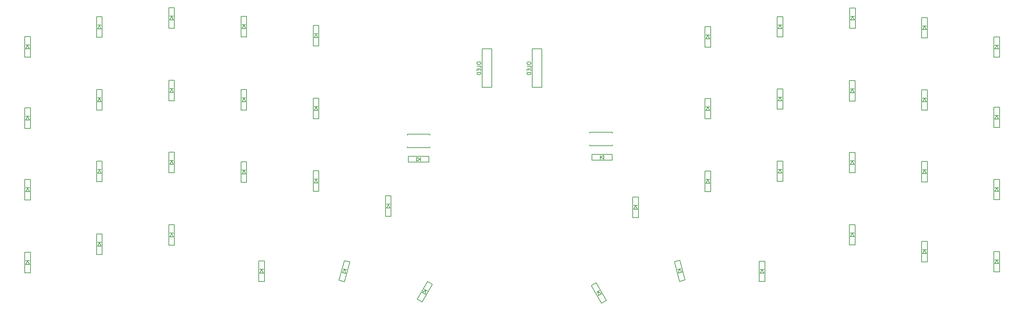
<source format=gbr>
G04 #@! TF.GenerationSoftware,KiCad,Pcbnew,7.0.10*
G04 #@! TF.CreationDate,2024-09-26T00:25:04+09:00*
G04 #@! TF.ProjectId,keyboard_denchi,6b657962-6f61-4726-945f-64656e636869,rev?*
G04 #@! TF.SameCoordinates,Original*
G04 #@! TF.FileFunction,Legend,Bot*
G04 #@! TF.FilePolarity,Positive*
%FSLAX46Y46*%
G04 Gerber Fmt 4.6, Leading zero omitted, Abs format (unit mm)*
G04 Created by KiCad (PCBNEW 7.0.10) date 2024-09-26 00:25:04*
%MOMM*%
%LPD*%
G01*
G04 APERTURE LIST*
%ADD10C,0.150000*%
G04 APERTURE END LIST*
D10*
X152294819Y-52421119D02*
X152294819Y-52611595D01*
X152294819Y-52611595D02*
X152342438Y-52706833D01*
X152342438Y-52706833D02*
X152437676Y-52802071D01*
X152437676Y-52802071D02*
X152628152Y-52849690D01*
X152628152Y-52849690D02*
X152961485Y-52849690D01*
X152961485Y-52849690D02*
X153151961Y-52802071D01*
X153151961Y-52802071D02*
X153247200Y-52706833D01*
X153247200Y-52706833D02*
X153294819Y-52611595D01*
X153294819Y-52611595D02*
X153294819Y-52421119D01*
X153294819Y-52421119D02*
X153247200Y-52325881D01*
X153247200Y-52325881D02*
X153151961Y-52230643D01*
X153151961Y-52230643D02*
X152961485Y-52183024D01*
X152961485Y-52183024D02*
X152628152Y-52183024D01*
X152628152Y-52183024D02*
X152437676Y-52230643D01*
X152437676Y-52230643D02*
X152342438Y-52325881D01*
X152342438Y-52325881D02*
X152294819Y-52421119D01*
X153294819Y-53754452D02*
X153294819Y-53278262D01*
X153294819Y-53278262D02*
X152294819Y-53278262D01*
X152771009Y-54087786D02*
X152771009Y-54421119D01*
X153294819Y-54563976D02*
X153294819Y-54087786D01*
X153294819Y-54087786D02*
X152294819Y-54087786D01*
X152294819Y-54087786D02*
X152294819Y-54563976D01*
X153294819Y-54992548D02*
X152294819Y-54992548D01*
X152294819Y-54992548D02*
X152294819Y-55230643D01*
X152294819Y-55230643D02*
X152342438Y-55373500D01*
X152342438Y-55373500D02*
X152437676Y-55468738D01*
X152437676Y-55468738D02*
X152532914Y-55516357D01*
X152532914Y-55516357D02*
X152723390Y-55563976D01*
X152723390Y-55563976D02*
X152866247Y-55563976D01*
X152866247Y-55563976D02*
X153056723Y-55516357D01*
X153056723Y-55516357D02*
X153151961Y-55468738D01*
X153151961Y-55468738D02*
X153247200Y-55373500D01*
X153247200Y-55373500D02*
X153294819Y-55230643D01*
X153294819Y-55230643D02*
X153294819Y-54992548D01*
X139086819Y-52415619D02*
X139086819Y-52606095D01*
X139086819Y-52606095D02*
X139134438Y-52701333D01*
X139134438Y-52701333D02*
X139229676Y-52796571D01*
X139229676Y-52796571D02*
X139420152Y-52844190D01*
X139420152Y-52844190D02*
X139753485Y-52844190D01*
X139753485Y-52844190D02*
X139943961Y-52796571D01*
X139943961Y-52796571D02*
X140039200Y-52701333D01*
X140039200Y-52701333D02*
X140086819Y-52606095D01*
X140086819Y-52606095D02*
X140086819Y-52415619D01*
X140086819Y-52415619D02*
X140039200Y-52320381D01*
X140039200Y-52320381D02*
X139943961Y-52225143D01*
X139943961Y-52225143D02*
X139753485Y-52177524D01*
X139753485Y-52177524D02*
X139420152Y-52177524D01*
X139420152Y-52177524D02*
X139229676Y-52225143D01*
X139229676Y-52225143D02*
X139134438Y-52320381D01*
X139134438Y-52320381D02*
X139086819Y-52415619D01*
X140086819Y-53748952D02*
X140086819Y-53272762D01*
X140086819Y-53272762D02*
X139086819Y-53272762D01*
X139563009Y-54082286D02*
X139563009Y-54415619D01*
X140086819Y-54558476D02*
X140086819Y-54082286D01*
X140086819Y-54082286D02*
X139086819Y-54082286D01*
X139086819Y-54082286D02*
X139086819Y-54558476D01*
X140086819Y-54987048D02*
X139086819Y-54987048D01*
X139086819Y-54987048D02*
X139086819Y-55225143D01*
X139086819Y-55225143D02*
X139134438Y-55368000D01*
X139134438Y-55368000D02*
X139229676Y-55463238D01*
X139229676Y-55463238D02*
X139324914Y-55510857D01*
X139324914Y-55510857D02*
X139515390Y-55558476D01*
X139515390Y-55558476D02*
X139658247Y-55558476D01*
X139658247Y-55558476D02*
X139848723Y-55510857D01*
X139848723Y-55510857D02*
X139943961Y-55463238D01*
X139943961Y-55463238D02*
X140039200Y-55368000D01*
X140039200Y-55368000D02*
X140086819Y-55225143D01*
X140086819Y-55225143D02*
X140086819Y-54987048D01*
X199202000Y-86391500D02*
X200702000Y-86391500D01*
X200702000Y-86391500D02*
X200702000Y-80991500D01*
X199452000Y-84191500D02*
X199952000Y-83291500D01*
X200452000Y-84191500D02*
X199452000Y-84191500D01*
X199952000Y-83291500D02*
X200452000Y-84191500D01*
X200452000Y-83191500D02*
X199452000Y-83191500D01*
X199202000Y-80991500D02*
X199202000Y-86391500D01*
X200702000Y-80991500D02*
X199202000Y-80991500D01*
X218252000Y-45624500D02*
X219752000Y-45624500D01*
X219752000Y-45624500D02*
X219752000Y-40224500D01*
X218502000Y-43424500D02*
X219002000Y-42524500D01*
X219502000Y-43424500D02*
X218502000Y-43424500D01*
X219002000Y-42524500D02*
X219502000Y-43424500D01*
X219502000Y-42424500D02*
X218502000Y-42424500D01*
X218252000Y-40224500D02*
X218252000Y-45624500D01*
X219752000Y-40224500D02*
X218252000Y-40224500D01*
X237302000Y-100488500D02*
X238802000Y-100488500D01*
X238802000Y-100488500D02*
X238802000Y-95088500D01*
X237552000Y-98288500D02*
X238052000Y-97388500D01*
X238552000Y-98288500D02*
X237552000Y-98288500D01*
X238052000Y-97388500D02*
X238552000Y-98288500D01*
X238552000Y-97288500D02*
X237552000Y-97288500D01*
X237302000Y-95088500D02*
X237302000Y-100488500D01*
X238802000Y-95088500D02*
X237302000Y-95088500D01*
X199202000Y-67214500D02*
X200702000Y-67214500D01*
X200702000Y-67214500D02*
X200702000Y-61814500D01*
X199452000Y-65014500D02*
X199952000Y-64114500D01*
X200452000Y-65014500D02*
X199452000Y-65014500D01*
X199952000Y-64114500D02*
X200452000Y-65014500D01*
X200452000Y-64014500D02*
X199452000Y-64014500D01*
X199202000Y-61814500D02*
X199202000Y-67214500D01*
X200702000Y-61814500D02*
X199202000Y-61814500D01*
X237302000Y-81438500D02*
X238802000Y-81438500D01*
X238802000Y-81438500D02*
X238802000Y-76038500D01*
X237552000Y-79238500D02*
X238052000Y-78338500D01*
X238552000Y-79238500D02*
X237552000Y-79238500D01*
X238052000Y-78338500D02*
X238552000Y-79238500D01*
X238552000Y-78238500D02*
X237552000Y-78238500D01*
X237302000Y-76038500D02*
X237302000Y-81438500D01*
X238802000Y-76038500D02*
X237302000Y-76038500D01*
X174831000Y-74265500D02*
X168831000Y-74265500D01*
X174831000Y-74015500D02*
X174831000Y-74265500D01*
X174831000Y-70765500D02*
X174831000Y-71015500D01*
X168831000Y-74265500D02*
X168831000Y-74015500D01*
X168831000Y-71015500D02*
X168831000Y-70765500D01*
X168831000Y-70765500D02*
X174831000Y-70765500D01*
X237302000Y-62515500D02*
X238802000Y-62515500D01*
X238802000Y-62515500D02*
X238802000Y-57115500D01*
X237552000Y-60315500D02*
X238052000Y-59415500D01*
X238552000Y-60315500D02*
X237552000Y-60315500D01*
X238052000Y-59415500D02*
X238552000Y-60315500D01*
X238552000Y-59315500D02*
X237552000Y-59315500D01*
X237302000Y-57115500D02*
X237302000Y-62515500D01*
X238802000Y-57115500D02*
X237302000Y-57115500D01*
X192560367Y-110115614D02*
X194009256Y-109727385D01*
X194009256Y-109727385D02*
X192611633Y-104511386D01*
X192232447Y-107925872D02*
X192482472Y-106927130D01*
X193198372Y-107667053D02*
X192232447Y-107925872D01*
X192482472Y-106927130D02*
X193198372Y-107667053D01*
X192939553Y-106701128D02*
X191973628Y-106959947D01*
X191162744Y-104899615D02*
X192560367Y-110115614D01*
X192611633Y-104511386D02*
X191162744Y-104899615D01*
X213553000Y-110140500D02*
X215053000Y-110140500D01*
X215053000Y-110140500D02*
X215053000Y-104740500D01*
X213803000Y-107940500D02*
X214303000Y-107040500D01*
X214803000Y-107940500D02*
X213803000Y-107940500D01*
X214303000Y-107040500D02*
X214803000Y-107940500D01*
X214803000Y-106940500D02*
X213803000Y-106940500D01*
X213553000Y-104740500D02*
X213553000Y-110140500D01*
X215053000Y-104740500D02*
X213553000Y-104740500D01*
X256352000Y-64928500D02*
X257852000Y-64928500D01*
X257852000Y-64928500D02*
X257852000Y-59528500D01*
X256602000Y-62728500D02*
X257102000Y-61828500D01*
X257602000Y-62728500D02*
X256602000Y-62728500D01*
X257102000Y-61828500D02*
X257602000Y-62728500D01*
X257602000Y-61728500D02*
X256602000Y-61728500D01*
X256352000Y-59528500D02*
X256352000Y-64928500D01*
X257852000Y-59528500D02*
X256352000Y-59528500D01*
X275402000Y-107600500D02*
X276902000Y-107600500D01*
X276902000Y-107600500D02*
X276902000Y-102200500D01*
X275652000Y-105400500D02*
X276152000Y-104500500D01*
X276652000Y-105400500D02*
X275652000Y-105400500D01*
X276152000Y-104500500D02*
X276652000Y-105400500D01*
X276652000Y-104400500D02*
X275652000Y-104400500D01*
X275402000Y-102200500D02*
X275402000Y-107600500D01*
X276902000Y-102200500D02*
X275402000Y-102200500D01*
X218252000Y-83724500D02*
X219752000Y-83724500D01*
X219752000Y-83724500D02*
X219752000Y-78324500D01*
X218502000Y-81524500D02*
X219002000Y-80624500D01*
X219502000Y-81524500D02*
X218502000Y-81524500D01*
X219002000Y-80624500D02*
X219502000Y-81524500D01*
X219502000Y-80524500D02*
X218502000Y-80524500D01*
X218252000Y-78324500D02*
X218252000Y-83724500D01*
X219752000Y-78324500D02*
X218252000Y-78324500D01*
X256352000Y-45878500D02*
X257852000Y-45878500D01*
X257852000Y-45878500D02*
X257852000Y-40478500D01*
X256602000Y-43678500D02*
X257102000Y-42778500D01*
X257602000Y-43678500D02*
X256602000Y-43678500D01*
X257102000Y-42778500D02*
X257602000Y-43678500D01*
X257602000Y-42678500D02*
X256602000Y-42678500D01*
X256352000Y-40478500D02*
X256352000Y-45878500D01*
X257852000Y-40478500D02*
X256352000Y-40478500D01*
X171951316Y-115869604D02*
X173250354Y-115119604D01*
X173250354Y-115119604D02*
X170550354Y-110443066D01*
X171067822Y-113839348D02*
X171050835Y-112809925D01*
X171933848Y-113339348D02*
X171067822Y-113839348D01*
X171050835Y-112809925D02*
X171933848Y-113339348D01*
X171433848Y-112473322D02*
X170567822Y-112973322D01*
X169251316Y-111193066D02*
X171951316Y-115869604D01*
X170550354Y-110443066D02*
X169251316Y-111193066D01*
X156210000Y-48733500D02*
X156210000Y-58893500D01*
X153670000Y-48733500D02*
X156210000Y-48733500D01*
X156210000Y-58893500D02*
X153670000Y-58893500D01*
X153670000Y-58893500D02*
X153670000Y-48733500D01*
X275402000Y-69500500D02*
X276902000Y-69500500D01*
X276902000Y-69500500D02*
X276902000Y-64100500D01*
X275652000Y-67300500D02*
X276152000Y-66400500D01*
X276652000Y-67300500D02*
X275652000Y-67300500D01*
X276152000Y-66400500D02*
X276652000Y-67300500D01*
X276652000Y-66300500D02*
X275652000Y-66300500D01*
X275402000Y-64100500D02*
X275402000Y-69500500D01*
X276902000Y-64100500D02*
X275402000Y-64100500D01*
X180152000Y-93249500D02*
X181652000Y-93249500D01*
X181652000Y-93249500D02*
X181652000Y-87849500D01*
X180402000Y-91049500D02*
X180902000Y-90149500D01*
X181402000Y-91049500D02*
X180402000Y-91049500D01*
X180902000Y-90149500D02*
X181402000Y-91049500D01*
X181402000Y-90049500D02*
X180402000Y-90049500D01*
X180152000Y-87849500D02*
X180152000Y-93249500D01*
X181652000Y-87849500D02*
X180152000Y-87849500D01*
X174785000Y-78091500D02*
X174785000Y-76591500D01*
X174785000Y-76591500D02*
X169385000Y-76591500D01*
X172585000Y-77841500D02*
X171685000Y-77341500D01*
X172585000Y-76841500D02*
X172585000Y-77841500D01*
X171685000Y-77341500D02*
X172585000Y-76841500D01*
X171585000Y-76841500D02*
X171585000Y-77841500D01*
X169385000Y-78091500D02*
X174785000Y-78091500D01*
X169385000Y-76591500D02*
X169385000Y-78091500D01*
X237429000Y-43338500D02*
X238929000Y-43338500D01*
X238929000Y-43338500D02*
X238929000Y-37938500D01*
X237679000Y-41138500D02*
X238179000Y-40238500D01*
X238679000Y-41138500D02*
X237679000Y-41138500D01*
X238179000Y-40238500D02*
X238679000Y-41138500D01*
X238679000Y-40138500D02*
X237679000Y-40138500D01*
X237429000Y-37938500D02*
X237429000Y-43338500D01*
X238929000Y-37938500D02*
X237429000Y-37938500D01*
X218252000Y-64674500D02*
X219752000Y-64674500D01*
X219752000Y-64674500D02*
X219752000Y-59274500D01*
X218502000Y-62474500D02*
X219002000Y-61574500D01*
X219502000Y-62474500D02*
X218502000Y-62474500D01*
X219002000Y-61574500D02*
X219502000Y-62474500D01*
X219502000Y-61474500D02*
X218502000Y-61474500D01*
X218252000Y-59274500D02*
X218252000Y-64674500D01*
X219752000Y-59274500D02*
X218252000Y-59274500D01*
X199202000Y-48291500D02*
X200702000Y-48291500D01*
X200702000Y-48291500D02*
X200702000Y-42891500D01*
X199452000Y-46091500D02*
X199952000Y-45191500D01*
X200452000Y-46091500D02*
X199452000Y-46091500D01*
X199952000Y-45191500D02*
X200452000Y-46091500D01*
X200452000Y-45091500D02*
X199452000Y-45091500D01*
X199202000Y-42891500D02*
X199202000Y-48291500D01*
X200702000Y-42891500D02*
X199202000Y-42891500D01*
X256352000Y-104933500D02*
X257852000Y-104933500D01*
X257852000Y-104933500D02*
X257852000Y-99533500D01*
X256602000Y-102733500D02*
X257102000Y-101833500D01*
X257602000Y-102733500D02*
X256602000Y-102733500D01*
X257102000Y-101833500D02*
X257602000Y-102733500D01*
X257602000Y-101733500D02*
X256602000Y-101733500D01*
X256352000Y-99533500D02*
X256352000Y-104933500D01*
X257852000Y-99533500D02*
X256352000Y-99533500D01*
X256352000Y-83851500D02*
X257852000Y-83851500D01*
X257852000Y-83851500D02*
X257852000Y-78451500D01*
X256602000Y-81651500D02*
X257102000Y-80751500D01*
X257602000Y-81651500D02*
X256602000Y-81651500D01*
X257102000Y-80751500D02*
X257602000Y-81651500D01*
X257602000Y-80651500D02*
X256602000Y-80651500D01*
X256352000Y-78451500D02*
X256352000Y-83851500D01*
X257852000Y-78451500D02*
X256352000Y-78451500D01*
X275402000Y-50958500D02*
X276902000Y-50958500D01*
X276902000Y-50958500D02*
X276902000Y-45558500D01*
X275652000Y-48758500D02*
X276152000Y-47858500D01*
X276652000Y-48758500D02*
X275652000Y-48758500D01*
X276152000Y-47858500D02*
X276652000Y-48758500D01*
X276652000Y-47758500D02*
X275652000Y-47758500D01*
X275402000Y-45558500D02*
X275402000Y-50958500D01*
X276902000Y-45558500D02*
X275402000Y-45558500D01*
X275402000Y-88550500D02*
X276902000Y-88550500D01*
X276902000Y-88550500D02*
X276902000Y-83150500D01*
X275652000Y-86350500D02*
X276152000Y-85450500D01*
X276652000Y-86350500D02*
X275652000Y-86350500D01*
X276152000Y-85450500D02*
X276652000Y-86350500D01*
X276652000Y-85350500D02*
X275652000Y-85350500D01*
X275402000Y-83150500D02*
X275402000Y-88550500D01*
X276902000Y-83150500D02*
X275402000Y-83150500D01*
X40247000Y-40288588D02*
X38747000Y-40288588D01*
X38747000Y-40288588D02*
X38747000Y-45688588D01*
X39997000Y-42488588D02*
X38997000Y-42488588D01*
X39497000Y-42588588D02*
X39997000Y-43488588D01*
X39997000Y-43488588D02*
X38997000Y-43488588D01*
X38997000Y-43488588D02*
X39497000Y-42588588D01*
X40247000Y-45688588D02*
X40247000Y-40288588D01*
X38747000Y-45688588D02*
X40247000Y-45688588D01*
X83046000Y-104677588D02*
X81546000Y-104677588D01*
X81546000Y-104677588D02*
X81546000Y-110077588D01*
X82796000Y-106877588D02*
X81796000Y-106877588D01*
X82296000Y-106977588D02*
X82796000Y-107877588D01*
X82796000Y-107877588D02*
X81796000Y-107877588D01*
X81796000Y-107877588D02*
X82296000Y-106977588D01*
X83046000Y-110077588D02*
X83046000Y-104677588D01*
X81546000Y-110077588D02*
X83046000Y-110077588D01*
X59297000Y-75975588D02*
X57797000Y-75975588D01*
X57797000Y-75975588D02*
X57797000Y-81375588D01*
X59047000Y-78175588D02*
X58047000Y-78175588D01*
X58547000Y-78275588D02*
X59047000Y-79175588D01*
X59047000Y-79175588D02*
X58047000Y-79175588D01*
X58047000Y-79175588D02*
X58547000Y-78275588D01*
X59297000Y-81375588D02*
X59297000Y-75975588D01*
X57797000Y-81375588D02*
X59297000Y-81375588D01*
X78347000Y-59465588D02*
X76847000Y-59465588D01*
X76847000Y-59465588D02*
X76847000Y-64865588D01*
X78097000Y-61665588D02*
X77097000Y-61665588D01*
X77597000Y-61765588D02*
X78097000Y-62665588D01*
X78097000Y-62665588D02*
X77097000Y-62665588D01*
X77097000Y-62665588D02*
X77597000Y-61765588D01*
X78347000Y-64865588D02*
X78347000Y-59465588D01*
X76847000Y-64865588D02*
X78347000Y-64865588D01*
X97397000Y-61751588D02*
X95897000Y-61751588D01*
X95897000Y-61751588D02*
X95897000Y-67151588D01*
X97147000Y-63951588D02*
X96147000Y-63951588D01*
X96647000Y-64051588D02*
X97147000Y-64951588D01*
X97147000Y-64951588D02*
X96147000Y-64951588D01*
X96147000Y-64951588D02*
X96647000Y-64051588D01*
X97397000Y-67151588D02*
X97397000Y-61751588D01*
X95897000Y-67151588D02*
X97397000Y-67151588D01*
X21297000Y-83214588D02*
X19797000Y-83214588D01*
X19797000Y-83214588D02*
X19797000Y-88614588D01*
X21047000Y-85414588D02*
X20047000Y-85414588D01*
X20547000Y-85514588D02*
X21047000Y-86414588D01*
X21047000Y-86414588D02*
X20047000Y-86414588D01*
X20047000Y-86414588D02*
X20547000Y-85514588D01*
X21297000Y-88614588D02*
X21297000Y-83214588D01*
X19797000Y-88614588D02*
X21297000Y-88614588D01*
X116447000Y-87532588D02*
X114947000Y-87532588D01*
X114947000Y-87532588D02*
X114947000Y-92932588D01*
X116197000Y-89732588D02*
X115197000Y-89732588D01*
X115697000Y-89832588D02*
X116197000Y-90732588D01*
X116197000Y-90732588D02*
X115197000Y-90732588D01*
X115197000Y-90732588D02*
X115697000Y-89832588D01*
X116447000Y-92932588D02*
X116447000Y-87532588D01*
X114947000Y-92932588D02*
X116447000Y-92932588D01*
X97397000Y-80928588D02*
X95897000Y-80928588D01*
X95897000Y-80928588D02*
X95897000Y-86328588D01*
X97147000Y-83128588D02*
X96147000Y-83128588D01*
X96647000Y-83228588D02*
X97147000Y-84128588D01*
X97147000Y-84128588D02*
X96147000Y-84128588D01*
X96147000Y-84128588D02*
X96647000Y-83228588D01*
X97397000Y-86328588D02*
X97397000Y-80928588D01*
X95897000Y-86328588D02*
X97397000Y-86328588D01*
X21297000Y-45495588D02*
X19797000Y-45495588D01*
X19797000Y-45495588D02*
X19797000Y-50895588D01*
X21047000Y-47695588D02*
X20047000Y-47695588D01*
X20547000Y-47795588D02*
X21047000Y-48695588D01*
X21047000Y-48695588D02*
X20047000Y-48695588D01*
X20047000Y-48695588D02*
X20547000Y-47795588D01*
X21297000Y-50895588D02*
X21297000Y-45495588D01*
X19797000Y-50895588D02*
X21297000Y-50895588D01*
X40247000Y-59465588D02*
X38747000Y-59465588D01*
X38747000Y-59465588D02*
X38747000Y-64865588D01*
X39997000Y-61665588D02*
X38997000Y-61665588D01*
X39497000Y-61765588D02*
X39997000Y-62665588D01*
X39997000Y-62665588D02*
X38997000Y-62665588D01*
X38997000Y-62665588D02*
X39497000Y-61765588D01*
X40247000Y-64865588D02*
X40247000Y-59465588D01*
X38747000Y-64865588D02*
X40247000Y-64865588D01*
X59297000Y-37875588D02*
X57797000Y-37875588D01*
X57797000Y-37875588D02*
X57797000Y-43275588D01*
X59047000Y-40075588D02*
X58047000Y-40075588D01*
X58547000Y-40175588D02*
X59047000Y-41075588D01*
X59047000Y-41075588D02*
X58047000Y-41075588D01*
X58047000Y-41075588D02*
X58547000Y-40175588D01*
X59297000Y-43275588D02*
X59297000Y-37875588D01*
X57797000Y-43275588D02*
X59297000Y-43275588D01*
X105563256Y-104963703D02*
X104114367Y-104575474D01*
X104114367Y-104575474D02*
X102716744Y-109791473D01*
X104752372Y-107024035D02*
X103786447Y-106765216D01*
X104243528Y-106991218D02*
X104493553Y-107989960D01*
X104493553Y-107989960D02*
X103527628Y-107731141D01*
X103527628Y-107731141D02*
X104243528Y-106991218D01*
X104165633Y-110179702D02*
X105563256Y-104963703D01*
X102716744Y-109791473D02*
X104165633Y-110179702D01*
X78347000Y-78515588D02*
X76847000Y-78515588D01*
X76847000Y-78515588D02*
X76847000Y-83915588D01*
X78097000Y-80715588D02*
X77097000Y-80715588D01*
X77597000Y-80815588D02*
X78097000Y-81715588D01*
X78097000Y-81715588D02*
X77097000Y-81715588D01*
X77097000Y-81715588D02*
X77597000Y-80815588D01*
X78347000Y-83915588D02*
X78347000Y-78515588D01*
X76847000Y-83915588D02*
X78347000Y-83915588D01*
X40247000Y-97565588D02*
X38747000Y-97565588D01*
X38747000Y-97565588D02*
X38747000Y-102965588D01*
X39997000Y-99765588D02*
X38997000Y-99765588D01*
X39497000Y-99865588D02*
X39997000Y-100765588D01*
X39997000Y-100765588D02*
X38997000Y-100765588D01*
X38997000Y-100765588D02*
X39497000Y-99865588D01*
X40247000Y-102965588D02*
X40247000Y-97565588D01*
X38747000Y-102965588D02*
X40247000Y-102965588D01*
X21297000Y-102391588D02*
X19797000Y-102391588D01*
X19797000Y-102391588D02*
X19797000Y-107791588D01*
X21047000Y-104591588D02*
X20047000Y-104591588D01*
X20547000Y-104691588D02*
X21047000Y-105591588D01*
X21047000Y-105591588D02*
X20047000Y-105591588D01*
X20047000Y-105591588D02*
X20547000Y-104691588D01*
X21297000Y-107791588D02*
X21297000Y-102391588D01*
X19797000Y-107791588D02*
X21297000Y-107791588D01*
X59297000Y-95152588D02*
X57797000Y-95152588D01*
X57797000Y-95152588D02*
X57797000Y-100552588D01*
X59047000Y-97352588D02*
X58047000Y-97352588D01*
X58547000Y-97452588D02*
X59047000Y-98352588D01*
X59047000Y-98352588D02*
X58047000Y-98352588D01*
X58047000Y-98352588D02*
X58547000Y-97452588D01*
X59297000Y-100552588D02*
X59297000Y-95152588D01*
X57797000Y-100552588D02*
X59297000Y-100552588D01*
X127347685Y-110876154D02*
X126048647Y-110126154D01*
X126048647Y-110126154D02*
X123348647Y-114802692D01*
X126031179Y-112656410D02*
X125165153Y-112156410D01*
X125548166Y-112493013D02*
X125531179Y-113522436D01*
X125531179Y-113522436D02*
X124665153Y-113022436D01*
X124665153Y-113022436D02*
X125548166Y-112493013D01*
X124647685Y-115552692D02*
X127347685Y-110876154D01*
X123348647Y-114802692D02*
X124647685Y-115552692D01*
X59297000Y-57052588D02*
X57797000Y-57052588D01*
X57797000Y-57052588D02*
X57797000Y-62452588D01*
X59047000Y-59252588D02*
X58047000Y-59252588D01*
X58547000Y-59352588D02*
X59047000Y-60252588D01*
X59047000Y-60252588D02*
X58047000Y-60252588D01*
X58047000Y-60252588D02*
X58547000Y-59352588D01*
X59297000Y-62452588D02*
X59297000Y-57052588D01*
X57797000Y-62452588D02*
X59297000Y-62452588D01*
X140462000Y-58888000D02*
X140462000Y-48728000D01*
X143002000Y-58888000D02*
X140462000Y-58888000D01*
X140462000Y-48728000D02*
X143002000Y-48728000D01*
X143002000Y-48728000D02*
X143002000Y-58888000D01*
X40247000Y-78388588D02*
X38747000Y-78388588D01*
X38747000Y-78388588D02*
X38747000Y-83788588D01*
X39997000Y-80588588D02*
X38997000Y-80588588D01*
X39497000Y-80688588D02*
X39997000Y-81588588D01*
X39997000Y-81588588D02*
X38997000Y-81588588D01*
X38997000Y-81588588D02*
X39497000Y-80688588D01*
X40247000Y-83788588D02*
X40247000Y-78388588D01*
X38747000Y-83788588D02*
X40247000Y-83788588D01*
X78347000Y-40161588D02*
X76847000Y-40161588D01*
X76847000Y-40161588D02*
X76847000Y-45561588D01*
X78097000Y-42361588D02*
X77097000Y-42361588D01*
X77597000Y-42461588D02*
X78097000Y-43361588D01*
X78097000Y-43361588D02*
X77097000Y-43361588D01*
X77097000Y-43361588D02*
X77597000Y-42461588D01*
X78347000Y-45561588D02*
X78347000Y-40161588D01*
X76847000Y-45561588D02*
X78347000Y-45561588D01*
X126401000Y-78594000D02*
X126401000Y-77094000D01*
X126401000Y-77094000D02*
X121001000Y-77094000D01*
X124201000Y-78344000D02*
X124201000Y-77344000D01*
X124101000Y-77844000D02*
X123201000Y-78344000D01*
X123201000Y-78344000D02*
X123201000Y-77344000D01*
X123201000Y-77344000D02*
X124101000Y-77844000D01*
X121001000Y-78594000D02*
X126401000Y-78594000D01*
X121001000Y-77094000D02*
X121001000Y-78594000D01*
X21297000Y-64291588D02*
X19797000Y-64291588D01*
X19797000Y-64291588D02*
X19797000Y-69691588D01*
X21047000Y-66491588D02*
X20047000Y-66491588D01*
X20547000Y-66591588D02*
X21047000Y-67491588D01*
X21047000Y-67491588D02*
X20047000Y-67491588D01*
X20047000Y-67491588D02*
X20547000Y-66591588D01*
X21297000Y-69691588D02*
X21297000Y-64291588D01*
X19797000Y-69691588D02*
X21297000Y-69691588D01*
X126698000Y-74768000D02*
X120698000Y-74768000D01*
X126698000Y-74518000D02*
X126698000Y-74768000D01*
X126698000Y-71268000D02*
X126698000Y-71518000D01*
X120698000Y-74768000D02*
X120698000Y-74518000D01*
X120698000Y-71518000D02*
X120698000Y-71268000D01*
X120698000Y-71268000D02*
X126698000Y-71268000D01*
X97397000Y-42574588D02*
X95897000Y-42574588D01*
X95897000Y-42574588D02*
X95897000Y-47974588D01*
X97147000Y-44774588D02*
X96147000Y-44774588D01*
X96647000Y-44874588D02*
X97147000Y-45774588D01*
X97147000Y-45774588D02*
X96147000Y-45774588D01*
X96147000Y-45774588D02*
X96647000Y-44874588D01*
X97397000Y-47974588D02*
X97397000Y-42574588D01*
X95897000Y-47974588D02*
X97397000Y-47974588D01*
M02*

</source>
